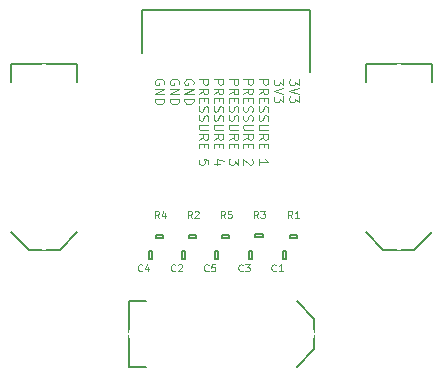
<source format=gto>
G04 #@! TF.FileFunction,Legend,Top*
%FSLAX46Y46*%
G04 Gerber Fmt 4.6, Leading zero omitted, Abs format (unit mm)*
G04 Created by KiCad (PCBNEW 4.0.2-4+6225~38~ubuntu14.04.1-stable) date Sun 08 May 2016 15:34:50 BST*
%MOMM*%
G01*
G04 APERTURE LIST*
%ADD10C,0.100000*%
%ADD11C,0.120000*%
%ADD12C,0.150000*%
%ADD13R,0.800000X0.800000*%
%ADD14O,0.800000X0.800000*%
%ADD15R,2.920000X0.740000*%
%ADD16C,1.200000*%
%ADD17R,0.740000X2.920000*%
%ADD18R,0.900000X0.750000*%
%ADD19R,0.750000X0.900000*%
G04 APERTURE END LIST*
D10*
D11*
X98088095Y-93399999D02*
X98888095Y-93399999D01*
X98888095Y-93704761D01*
X98850000Y-93780952D01*
X98811905Y-93819047D01*
X98735714Y-93857142D01*
X98621429Y-93857142D01*
X98545238Y-93819047D01*
X98507143Y-93780952D01*
X98469048Y-93704761D01*
X98469048Y-93399999D01*
X98088095Y-94657142D02*
X98469048Y-94390475D01*
X98088095Y-94199999D02*
X98888095Y-94199999D01*
X98888095Y-94504761D01*
X98850000Y-94580952D01*
X98811905Y-94619047D01*
X98735714Y-94657142D01*
X98621429Y-94657142D01*
X98545238Y-94619047D01*
X98507143Y-94580952D01*
X98469048Y-94504761D01*
X98469048Y-94199999D01*
X98507143Y-94999999D02*
X98507143Y-95266666D01*
X98088095Y-95380952D02*
X98088095Y-94999999D01*
X98888095Y-94999999D01*
X98888095Y-95380952D01*
X98126190Y-95685714D02*
X98088095Y-95800000D01*
X98088095Y-95990476D01*
X98126190Y-96066666D01*
X98164286Y-96104762D01*
X98240476Y-96142857D01*
X98316667Y-96142857D01*
X98392857Y-96104762D01*
X98430952Y-96066666D01*
X98469048Y-95990476D01*
X98507143Y-95838095D01*
X98545238Y-95761904D01*
X98583333Y-95723809D01*
X98659524Y-95685714D01*
X98735714Y-95685714D01*
X98811905Y-95723809D01*
X98850000Y-95761904D01*
X98888095Y-95838095D01*
X98888095Y-96028571D01*
X98850000Y-96142857D01*
X98126190Y-96447619D02*
X98088095Y-96561905D01*
X98088095Y-96752381D01*
X98126190Y-96828571D01*
X98164286Y-96866667D01*
X98240476Y-96904762D01*
X98316667Y-96904762D01*
X98392857Y-96866667D01*
X98430952Y-96828571D01*
X98469048Y-96752381D01*
X98507143Y-96600000D01*
X98545238Y-96523809D01*
X98583333Y-96485714D01*
X98659524Y-96447619D01*
X98735714Y-96447619D01*
X98811905Y-96485714D01*
X98850000Y-96523809D01*
X98888095Y-96600000D01*
X98888095Y-96790476D01*
X98850000Y-96904762D01*
X98888095Y-97247619D02*
X98240476Y-97247619D01*
X98164286Y-97285714D01*
X98126190Y-97323810D01*
X98088095Y-97400000D01*
X98088095Y-97552381D01*
X98126190Y-97628572D01*
X98164286Y-97666667D01*
X98240476Y-97704762D01*
X98888095Y-97704762D01*
X98088095Y-98542857D02*
X98469048Y-98276190D01*
X98088095Y-98085714D02*
X98888095Y-98085714D01*
X98888095Y-98390476D01*
X98850000Y-98466667D01*
X98811905Y-98504762D01*
X98735714Y-98542857D01*
X98621429Y-98542857D01*
X98545238Y-98504762D01*
X98507143Y-98466667D01*
X98469048Y-98390476D01*
X98469048Y-98085714D01*
X98507143Y-98885714D02*
X98507143Y-99152381D01*
X98088095Y-99266667D02*
X98088095Y-98885714D01*
X98888095Y-98885714D01*
X98888095Y-99266667D01*
X98888095Y-100600001D02*
X98888095Y-100219048D01*
X98507143Y-100180953D01*
X98545238Y-100219048D01*
X98583333Y-100295239D01*
X98583333Y-100485715D01*
X98545238Y-100561905D01*
X98507143Y-100600001D01*
X98430952Y-100638096D01*
X98240476Y-100638096D01*
X98164286Y-100600001D01*
X98126190Y-100561905D01*
X98088095Y-100485715D01*
X98088095Y-100295239D01*
X98126190Y-100219048D01*
X98164286Y-100180953D01*
X99338095Y-93399999D02*
X100138095Y-93399999D01*
X100138095Y-93704761D01*
X100100000Y-93780952D01*
X100061905Y-93819047D01*
X99985714Y-93857142D01*
X99871429Y-93857142D01*
X99795238Y-93819047D01*
X99757143Y-93780952D01*
X99719048Y-93704761D01*
X99719048Y-93399999D01*
X99338095Y-94657142D02*
X99719048Y-94390475D01*
X99338095Y-94199999D02*
X100138095Y-94199999D01*
X100138095Y-94504761D01*
X100100000Y-94580952D01*
X100061905Y-94619047D01*
X99985714Y-94657142D01*
X99871429Y-94657142D01*
X99795238Y-94619047D01*
X99757143Y-94580952D01*
X99719048Y-94504761D01*
X99719048Y-94199999D01*
X99757143Y-94999999D02*
X99757143Y-95266666D01*
X99338095Y-95380952D02*
X99338095Y-94999999D01*
X100138095Y-94999999D01*
X100138095Y-95380952D01*
X99376190Y-95685714D02*
X99338095Y-95800000D01*
X99338095Y-95990476D01*
X99376190Y-96066666D01*
X99414286Y-96104762D01*
X99490476Y-96142857D01*
X99566667Y-96142857D01*
X99642857Y-96104762D01*
X99680952Y-96066666D01*
X99719048Y-95990476D01*
X99757143Y-95838095D01*
X99795238Y-95761904D01*
X99833333Y-95723809D01*
X99909524Y-95685714D01*
X99985714Y-95685714D01*
X100061905Y-95723809D01*
X100100000Y-95761904D01*
X100138095Y-95838095D01*
X100138095Y-96028571D01*
X100100000Y-96142857D01*
X99376190Y-96447619D02*
X99338095Y-96561905D01*
X99338095Y-96752381D01*
X99376190Y-96828571D01*
X99414286Y-96866667D01*
X99490476Y-96904762D01*
X99566667Y-96904762D01*
X99642857Y-96866667D01*
X99680952Y-96828571D01*
X99719048Y-96752381D01*
X99757143Y-96600000D01*
X99795238Y-96523809D01*
X99833333Y-96485714D01*
X99909524Y-96447619D01*
X99985714Y-96447619D01*
X100061905Y-96485714D01*
X100100000Y-96523809D01*
X100138095Y-96600000D01*
X100138095Y-96790476D01*
X100100000Y-96904762D01*
X100138095Y-97247619D02*
X99490476Y-97247619D01*
X99414286Y-97285714D01*
X99376190Y-97323810D01*
X99338095Y-97400000D01*
X99338095Y-97552381D01*
X99376190Y-97628572D01*
X99414286Y-97666667D01*
X99490476Y-97704762D01*
X100138095Y-97704762D01*
X99338095Y-98542857D02*
X99719048Y-98276190D01*
X99338095Y-98085714D02*
X100138095Y-98085714D01*
X100138095Y-98390476D01*
X100100000Y-98466667D01*
X100061905Y-98504762D01*
X99985714Y-98542857D01*
X99871429Y-98542857D01*
X99795238Y-98504762D01*
X99757143Y-98466667D01*
X99719048Y-98390476D01*
X99719048Y-98085714D01*
X99757143Y-98885714D02*
X99757143Y-99152381D01*
X99338095Y-99266667D02*
X99338095Y-98885714D01*
X100138095Y-98885714D01*
X100138095Y-99266667D01*
X99871429Y-100561905D02*
X99338095Y-100561905D01*
X100176190Y-100371429D02*
X99604762Y-100180953D01*
X99604762Y-100676191D01*
X105238095Y-93404762D02*
X105238095Y-93900000D01*
X104933333Y-93633333D01*
X104933333Y-93747619D01*
X104895238Y-93823809D01*
X104857143Y-93861905D01*
X104780952Y-93900000D01*
X104590476Y-93900000D01*
X104514286Y-93861905D01*
X104476190Y-93823809D01*
X104438095Y-93747619D01*
X104438095Y-93519047D01*
X104476190Y-93442857D01*
X104514286Y-93404762D01*
X105238095Y-94128571D02*
X104438095Y-94395238D01*
X105238095Y-94661905D01*
X105238095Y-94852381D02*
X105238095Y-95347619D01*
X104933333Y-95080952D01*
X104933333Y-95195238D01*
X104895238Y-95271428D01*
X104857143Y-95309524D01*
X104780952Y-95347619D01*
X104590476Y-95347619D01*
X104514286Y-95309524D01*
X104476190Y-95271428D01*
X104438095Y-95195238D01*
X104438095Y-94966666D01*
X104476190Y-94890476D01*
X104514286Y-94852381D01*
X100638095Y-93399999D02*
X101438095Y-93399999D01*
X101438095Y-93704761D01*
X101400000Y-93780952D01*
X101361905Y-93819047D01*
X101285714Y-93857142D01*
X101171429Y-93857142D01*
X101095238Y-93819047D01*
X101057143Y-93780952D01*
X101019048Y-93704761D01*
X101019048Y-93399999D01*
X100638095Y-94657142D02*
X101019048Y-94390475D01*
X100638095Y-94199999D02*
X101438095Y-94199999D01*
X101438095Y-94504761D01*
X101400000Y-94580952D01*
X101361905Y-94619047D01*
X101285714Y-94657142D01*
X101171429Y-94657142D01*
X101095238Y-94619047D01*
X101057143Y-94580952D01*
X101019048Y-94504761D01*
X101019048Y-94199999D01*
X101057143Y-94999999D02*
X101057143Y-95266666D01*
X100638095Y-95380952D02*
X100638095Y-94999999D01*
X101438095Y-94999999D01*
X101438095Y-95380952D01*
X100676190Y-95685714D02*
X100638095Y-95800000D01*
X100638095Y-95990476D01*
X100676190Y-96066666D01*
X100714286Y-96104762D01*
X100790476Y-96142857D01*
X100866667Y-96142857D01*
X100942857Y-96104762D01*
X100980952Y-96066666D01*
X101019048Y-95990476D01*
X101057143Y-95838095D01*
X101095238Y-95761904D01*
X101133333Y-95723809D01*
X101209524Y-95685714D01*
X101285714Y-95685714D01*
X101361905Y-95723809D01*
X101400000Y-95761904D01*
X101438095Y-95838095D01*
X101438095Y-96028571D01*
X101400000Y-96142857D01*
X100676190Y-96447619D02*
X100638095Y-96561905D01*
X100638095Y-96752381D01*
X100676190Y-96828571D01*
X100714286Y-96866667D01*
X100790476Y-96904762D01*
X100866667Y-96904762D01*
X100942857Y-96866667D01*
X100980952Y-96828571D01*
X101019048Y-96752381D01*
X101057143Y-96600000D01*
X101095238Y-96523809D01*
X101133333Y-96485714D01*
X101209524Y-96447619D01*
X101285714Y-96447619D01*
X101361905Y-96485714D01*
X101400000Y-96523809D01*
X101438095Y-96600000D01*
X101438095Y-96790476D01*
X101400000Y-96904762D01*
X101438095Y-97247619D02*
X100790476Y-97247619D01*
X100714286Y-97285714D01*
X100676190Y-97323810D01*
X100638095Y-97400000D01*
X100638095Y-97552381D01*
X100676190Y-97628572D01*
X100714286Y-97666667D01*
X100790476Y-97704762D01*
X101438095Y-97704762D01*
X100638095Y-98542857D02*
X101019048Y-98276190D01*
X100638095Y-98085714D02*
X101438095Y-98085714D01*
X101438095Y-98390476D01*
X101400000Y-98466667D01*
X101361905Y-98504762D01*
X101285714Y-98542857D01*
X101171429Y-98542857D01*
X101095238Y-98504762D01*
X101057143Y-98466667D01*
X101019048Y-98390476D01*
X101019048Y-98085714D01*
X101057143Y-98885714D02*
X101057143Y-99152381D01*
X100638095Y-99266667D02*
X100638095Y-98885714D01*
X101438095Y-98885714D01*
X101438095Y-99266667D01*
X101438095Y-100142858D02*
X101438095Y-100638096D01*
X101133333Y-100371429D01*
X101133333Y-100485715D01*
X101095238Y-100561905D01*
X101057143Y-100600001D01*
X100980952Y-100638096D01*
X100790476Y-100638096D01*
X100714286Y-100600001D01*
X100676190Y-100561905D01*
X100638095Y-100485715D01*
X100638095Y-100257143D01*
X100676190Y-100180953D01*
X100714286Y-100142858D01*
X101838095Y-93399999D02*
X102638095Y-93399999D01*
X102638095Y-93704761D01*
X102600000Y-93780952D01*
X102561905Y-93819047D01*
X102485714Y-93857142D01*
X102371429Y-93857142D01*
X102295238Y-93819047D01*
X102257143Y-93780952D01*
X102219048Y-93704761D01*
X102219048Y-93399999D01*
X101838095Y-94657142D02*
X102219048Y-94390475D01*
X101838095Y-94199999D02*
X102638095Y-94199999D01*
X102638095Y-94504761D01*
X102600000Y-94580952D01*
X102561905Y-94619047D01*
X102485714Y-94657142D01*
X102371429Y-94657142D01*
X102295238Y-94619047D01*
X102257143Y-94580952D01*
X102219048Y-94504761D01*
X102219048Y-94199999D01*
X102257143Y-94999999D02*
X102257143Y-95266666D01*
X101838095Y-95380952D02*
X101838095Y-94999999D01*
X102638095Y-94999999D01*
X102638095Y-95380952D01*
X101876190Y-95685714D02*
X101838095Y-95800000D01*
X101838095Y-95990476D01*
X101876190Y-96066666D01*
X101914286Y-96104762D01*
X101990476Y-96142857D01*
X102066667Y-96142857D01*
X102142857Y-96104762D01*
X102180952Y-96066666D01*
X102219048Y-95990476D01*
X102257143Y-95838095D01*
X102295238Y-95761904D01*
X102333333Y-95723809D01*
X102409524Y-95685714D01*
X102485714Y-95685714D01*
X102561905Y-95723809D01*
X102600000Y-95761904D01*
X102638095Y-95838095D01*
X102638095Y-96028571D01*
X102600000Y-96142857D01*
X101876190Y-96447619D02*
X101838095Y-96561905D01*
X101838095Y-96752381D01*
X101876190Y-96828571D01*
X101914286Y-96866667D01*
X101990476Y-96904762D01*
X102066667Y-96904762D01*
X102142857Y-96866667D01*
X102180952Y-96828571D01*
X102219048Y-96752381D01*
X102257143Y-96600000D01*
X102295238Y-96523809D01*
X102333333Y-96485714D01*
X102409524Y-96447619D01*
X102485714Y-96447619D01*
X102561905Y-96485714D01*
X102600000Y-96523809D01*
X102638095Y-96600000D01*
X102638095Y-96790476D01*
X102600000Y-96904762D01*
X102638095Y-97247619D02*
X101990476Y-97247619D01*
X101914286Y-97285714D01*
X101876190Y-97323810D01*
X101838095Y-97400000D01*
X101838095Y-97552381D01*
X101876190Y-97628572D01*
X101914286Y-97666667D01*
X101990476Y-97704762D01*
X102638095Y-97704762D01*
X101838095Y-98542857D02*
X102219048Y-98276190D01*
X101838095Y-98085714D02*
X102638095Y-98085714D01*
X102638095Y-98390476D01*
X102600000Y-98466667D01*
X102561905Y-98504762D01*
X102485714Y-98542857D01*
X102371429Y-98542857D01*
X102295238Y-98504762D01*
X102257143Y-98466667D01*
X102219048Y-98390476D01*
X102219048Y-98085714D01*
X102257143Y-98885714D02*
X102257143Y-99152381D01*
X101838095Y-99266667D02*
X101838095Y-98885714D01*
X102638095Y-98885714D01*
X102638095Y-99266667D01*
X102561905Y-100180953D02*
X102600000Y-100219048D01*
X102638095Y-100295239D01*
X102638095Y-100485715D01*
X102600000Y-100561905D01*
X102561905Y-100600001D01*
X102485714Y-100638096D01*
X102409524Y-100638096D01*
X102295238Y-100600001D01*
X101838095Y-100142858D01*
X101838095Y-100638096D01*
X103138095Y-93399999D02*
X103938095Y-93399999D01*
X103938095Y-93704761D01*
X103900000Y-93780952D01*
X103861905Y-93819047D01*
X103785714Y-93857142D01*
X103671429Y-93857142D01*
X103595238Y-93819047D01*
X103557143Y-93780952D01*
X103519048Y-93704761D01*
X103519048Y-93399999D01*
X103138095Y-94657142D02*
X103519048Y-94390475D01*
X103138095Y-94199999D02*
X103938095Y-94199999D01*
X103938095Y-94504761D01*
X103900000Y-94580952D01*
X103861905Y-94619047D01*
X103785714Y-94657142D01*
X103671429Y-94657142D01*
X103595238Y-94619047D01*
X103557143Y-94580952D01*
X103519048Y-94504761D01*
X103519048Y-94199999D01*
X103557143Y-94999999D02*
X103557143Y-95266666D01*
X103138095Y-95380952D02*
X103138095Y-94999999D01*
X103938095Y-94999999D01*
X103938095Y-95380952D01*
X103176190Y-95685714D02*
X103138095Y-95800000D01*
X103138095Y-95990476D01*
X103176190Y-96066666D01*
X103214286Y-96104762D01*
X103290476Y-96142857D01*
X103366667Y-96142857D01*
X103442857Y-96104762D01*
X103480952Y-96066666D01*
X103519048Y-95990476D01*
X103557143Y-95838095D01*
X103595238Y-95761904D01*
X103633333Y-95723809D01*
X103709524Y-95685714D01*
X103785714Y-95685714D01*
X103861905Y-95723809D01*
X103900000Y-95761904D01*
X103938095Y-95838095D01*
X103938095Y-96028571D01*
X103900000Y-96142857D01*
X103176190Y-96447619D02*
X103138095Y-96561905D01*
X103138095Y-96752381D01*
X103176190Y-96828571D01*
X103214286Y-96866667D01*
X103290476Y-96904762D01*
X103366667Y-96904762D01*
X103442857Y-96866667D01*
X103480952Y-96828571D01*
X103519048Y-96752381D01*
X103557143Y-96600000D01*
X103595238Y-96523809D01*
X103633333Y-96485714D01*
X103709524Y-96447619D01*
X103785714Y-96447619D01*
X103861905Y-96485714D01*
X103900000Y-96523809D01*
X103938095Y-96600000D01*
X103938095Y-96790476D01*
X103900000Y-96904762D01*
X103938095Y-97247619D02*
X103290476Y-97247619D01*
X103214286Y-97285714D01*
X103176190Y-97323810D01*
X103138095Y-97400000D01*
X103138095Y-97552381D01*
X103176190Y-97628572D01*
X103214286Y-97666667D01*
X103290476Y-97704762D01*
X103938095Y-97704762D01*
X103138095Y-98542857D02*
X103519048Y-98276190D01*
X103138095Y-98085714D02*
X103938095Y-98085714D01*
X103938095Y-98390476D01*
X103900000Y-98466667D01*
X103861905Y-98504762D01*
X103785714Y-98542857D01*
X103671429Y-98542857D01*
X103595238Y-98504762D01*
X103557143Y-98466667D01*
X103519048Y-98390476D01*
X103519048Y-98085714D01*
X103557143Y-98885714D02*
X103557143Y-99152381D01*
X103138095Y-99266667D02*
X103138095Y-98885714D01*
X103938095Y-98885714D01*
X103938095Y-99266667D01*
X103138095Y-100638096D02*
X103138095Y-100180953D01*
X103138095Y-100409524D02*
X103938095Y-100409524D01*
X103823810Y-100333334D01*
X103747619Y-100257143D01*
X103709524Y-100180953D01*
X106538095Y-93404762D02*
X106538095Y-93900000D01*
X106233333Y-93633333D01*
X106233333Y-93747619D01*
X106195238Y-93823809D01*
X106157143Y-93861905D01*
X106080952Y-93900000D01*
X105890476Y-93900000D01*
X105814286Y-93861905D01*
X105776190Y-93823809D01*
X105738095Y-93747619D01*
X105738095Y-93519047D01*
X105776190Y-93442857D01*
X105814286Y-93404762D01*
X106538095Y-94128571D02*
X105738095Y-94395238D01*
X106538095Y-94661905D01*
X106538095Y-94852381D02*
X106538095Y-95347619D01*
X106233333Y-95080952D01*
X106233333Y-95195238D01*
X106195238Y-95271428D01*
X106157143Y-95309524D01*
X106080952Y-95347619D01*
X105890476Y-95347619D01*
X105814286Y-95309524D01*
X105776190Y-95271428D01*
X105738095Y-95195238D01*
X105738095Y-94966666D01*
X105776190Y-94890476D01*
X105814286Y-94852381D01*
X97600000Y-93840477D02*
X97638095Y-93764286D01*
X97638095Y-93650001D01*
X97600000Y-93535715D01*
X97523810Y-93459524D01*
X97447619Y-93421429D01*
X97295238Y-93383334D01*
X97180952Y-93383334D01*
X97028571Y-93421429D01*
X96952381Y-93459524D01*
X96876190Y-93535715D01*
X96838095Y-93650001D01*
X96838095Y-93726191D01*
X96876190Y-93840477D01*
X96914286Y-93878572D01*
X97180952Y-93878572D01*
X97180952Y-93726191D01*
X96838095Y-94221429D02*
X97638095Y-94221429D01*
X96838095Y-94678572D01*
X97638095Y-94678572D01*
X96838095Y-95059524D02*
X97638095Y-95059524D01*
X97638095Y-95250000D01*
X97600000Y-95364286D01*
X97523810Y-95440477D01*
X97447619Y-95478572D01*
X97295238Y-95516667D01*
X97180952Y-95516667D01*
X97028571Y-95478572D01*
X96952381Y-95440477D01*
X96876190Y-95364286D01*
X96838095Y-95250000D01*
X96838095Y-95059524D01*
X96400000Y-93840477D02*
X96438095Y-93764286D01*
X96438095Y-93650001D01*
X96400000Y-93535715D01*
X96323810Y-93459524D01*
X96247619Y-93421429D01*
X96095238Y-93383334D01*
X95980952Y-93383334D01*
X95828571Y-93421429D01*
X95752381Y-93459524D01*
X95676190Y-93535715D01*
X95638095Y-93650001D01*
X95638095Y-93726191D01*
X95676190Y-93840477D01*
X95714286Y-93878572D01*
X95980952Y-93878572D01*
X95980952Y-93726191D01*
X95638095Y-94221429D02*
X96438095Y-94221429D01*
X95638095Y-94678572D01*
X96438095Y-94678572D01*
X95638095Y-95059524D02*
X96438095Y-95059524D01*
X96438095Y-95250000D01*
X96400000Y-95364286D01*
X96323810Y-95440477D01*
X96247619Y-95478572D01*
X96095238Y-95516667D01*
X95980952Y-95516667D01*
X95828571Y-95478572D01*
X95752381Y-95440477D01*
X95676190Y-95364286D01*
X95638095Y-95250000D01*
X95638095Y-95059524D01*
X95100000Y-93840477D02*
X95138095Y-93764286D01*
X95138095Y-93650001D01*
X95100000Y-93535715D01*
X95023810Y-93459524D01*
X94947619Y-93421429D01*
X94795238Y-93383334D01*
X94680952Y-93383334D01*
X94528571Y-93421429D01*
X94452381Y-93459524D01*
X94376190Y-93535715D01*
X94338095Y-93650001D01*
X94338095Y-93726191D01*
X94376190Y-93840477D01*
X94414286Y-93878572D01*
X94680952Y-93878572D01*
X94680952Y-93726191D01*
X94338095Y-94221429D02*
X95138095Y-94221429D01*
X94338095Y-94678572D01*
X95138095Y-94678572D01*
X94338095Y-95059524D02*
X95138095Y-95059524D01*
X95138095Y-95250000D01*
X95100000Y-95364286D01*
X95023810Y-95440477D01*
X94947619Y-95478572D01*
X94795238Y-95516667D01*
X94680952Y-95516667D01*
X94528571Y-95478572D01*
X94452381Y-95440477D01*
X94376190Y-95364286D01*
X94338095Y-95250000D01*
X94338095Y-95059524D01*
X106000000Y-105171429D02*
X105800000Y-104885714D01*
X105657143Y-105171429D02*
X105657143Y-104571429D01*
X105885715Y-104571429D01*
X105942857Y-104600000D01*
X105971429Y-104628571D01*
X106000000Y-104685714D01*
X106000000Y-104771429D01*
X105971429Y-104828571D01*
X105942857Y-104857143D01*
X105885715Y-104885714D01*
X105657143Y-104885714D01*
X106571429Y-105171429D02*
X106228572Y-105171429D01*
X106400000Y-105171429D02*
X106400000Y-104571429D01*
X106342857Y-104657143D01*
X106285715Y-104714286D01*
X106228572Y-104742857D01*
X103100000Y-105171429D02*
X102900000Y-104885714D01*
X102757143Y-105171429D02*
X102757143Y-104571429D01*
X102985715Y-104571429D01*
X103042857Y-104600000D01*
X103071429Y-104628571D01*
X103100000Y-104685714D01*
X103100000Y-104771429D01*
X103071429Y-104828571D01*
X103042857Y-104857143D01*
X102985715Y-104885714D01*
X102757143Y-104885714D01*
X103300000Y-104571429D02*
X103671429Y-104571429D01*
X103471429Y-104800000D01*
X103557143Y-104800000D01*
X103614286Y-104828571D01*
X103642857Y-104857143D01*
X103671429Y-104914286D01*
X103671429Y-105057143D01*
X103642857Y-105114286D01*
X103614286Y-105142857D01*
X103557143Y-105171429D01*
X103385715Y-105171429D01*
X103328572Y-105142857D01*
X103300000Y-105114286D01*
X100300000Y-105171429D02*
X100100000Y-104885714D01*
X99957143Y-105171429D02*
X99957143Y-104571429D01*
X100185715Y-104571429D01*
X100242857Y-104600000D01*
X100271429Y-104628571D01*
X100300000Y-104685714D01*
X100300000Y-104771429D01*
X100271429Y-104828571D01*
X100242857Y-104857143D01*
X100185715Y-104885714D01*
X99957143Y-104885714D01*
X100842857Y-104571429D02*
X100557143Y-104571429D01*
X100528572Y-104857143D01*
X100557143Y-104828571D01*
X100614286Y-104800000D01*
X100757143Y-104800000D01*
X100814286Y-104828571D01*
X100842857Y-104857143D01*
X100871429Y-104914286D01*
X100871429Y-105057143D01*
X100842857Y-105114286D01*
X100814286Y-105142857D01*
X100757143Y-105171429D01*
X100614286Y-105171429D01*
X100557143Y-105142857D01*
X100528572Y-105114286D01*
X97500000Y-105171429D02*
X97300000Y-104885714D01*
X97157143Y-105171429D02*
X97157143Y-104571429D01*
X97385715Y-104571429D01*
X97442857Y-104600000D01*
X97471429Y-104628571D01*
X97500000Y-104685714D01*
X97500000Y-104771429D01*
X97471429Y-104828571D01*
X97442857Y-104857143D01*
X97385715Y-104885714D01*
X97157143Y-104885714D01*
X97728572Y-104628571D02*
X97757143Y-104600000D01*
X97814286Y-104571429D01*
X97957143Y-104571429D01*
X98014286Y-104600000D01*
X98042857Y-104628571D01*
X98071429Y-104685714D01*
X98071429Y-104742857D01*
X98042857Y-104828571D01*
X97700000Y-105171429D01*
X98071429Y-105171429D01*
X94700000Y-105171429D02*
X94500000Y-104885714D01*
X94357143Y-105171429D02*
X94357143Y-104571429D01*
X94585715Y-104571429D01*
X94642857Y-104600000D01*
X94671429Y-104628571D01*
X94700000Y-104685714D01*
X94700000Y-104771429D01*
X94671429Y-104828571D01*
X94642857Y-104857143D01*
X94585715Y-104885714D01*
X94357143Y-104885714D01*
X95214286Y-104771429D02*
X95214286Y-105171429D01*
X95071429Y-104542857D02*
X94928572Y-104971429D01*
X95300000Y-104971429D01*
X96100000Y-109614286D02*
X96071429Y-109642857D01*
X95985715Y-109671429D01*
X95928572Y-109671429D01*
X95842857Y-109642857D01*
X95785715Y-109585714D01*
X95757143Y-109528571D01*
X95728572Y-109414286D01*
X95728572Y-109328571D01*
X95757143Y-109214286D01*
X95785715Y-109157143D01*
X95842857Y-109100000D01*
X95928572Y-109071429D01*
X95985715Y-109071429D01*
X96071429Y-109100000D01*
X96100000Y-109128571D01*
X96328572Y-109128571D02*
X96357143Y-109100000D01*
X96414286Y-109071429D01*
X96557143Y-109071429D01*
X96614286Y-109100000D01*
X96642857Y-109128571D01*
X96671429Y-109185714D01*
X96671429Y-109242857D01*
X96642857Y-109328571D01*
X96300000Y-109671429D01*
X96671429Y-109671429D01*
X104600000Y-109614286D02*
X104571429Y-109642857D01*
X104485715Y-109671429D01*
X104428572Y-109671429D01*
X104342857Y-109642857D01*
X104285715Y-109585714D01*
X104257143Y-109528571D01*
X104228572Y-109414286D01*
X104228572Y-109328571D01*
X104257143Y-109214286D01*
X104285715Y-109157143D01*
X104342857Y-109100000D01*
X104428572Y-109071429D01*
X104485715Y-109071429D01*
X104571429Y-109100000D01*
X104600000Y-109128571D01*
X105171429Y-109671429D02*
X104828572Y-109671429D01*
X105000000Y-109671429D02*
X105000000Y-109071429D01*
X104942857Y-109157143D01*
X104885715Y-109214286D01*
X104828572Y-109242857D01*
X93300000Y-109614286D02*
X93271429Y-109642857D01*
X93185715Y-109671429D01*
X93128572Y-109671429D01*
X93042857Y-109642857D01*
X92985715Y-109585714D01*
X92957143Y-109528571D01*
X92928572Y-109414286D01*
X92928572Y-109328571D01*
X92957143Y-109214286D01*
X92985715Y-109157143D01*
X93042857Y-109100000D01*
X93128572Y-109071429D01*
X93185715Y-109071429D01*
X93271429Y-109100000D01*
X93300000Y-109128571D01*
X93814286Y-109271429D02*
X93814286Y-109671429D01*
X93671429Y-109042857D02*
X93528572Y-109471429D01*
X93900000Y-109471429D01*
X98900000Y-109614286D02*
X98871429Y-109642857D01*
X98785715Y-109671429D01*
X98728572Y-109671429D01*
X98642857Y-109642857D01*
X98585715Y-109585714D01*
X98557143Y-109528571D01*
X98528572Y-109414286D01*
X98528572Y-109328571D01*
X98557143Y-109214286D01*
X98585715Y-109157143D01*
X98642857Y-109100000D01*
X98728572Y-109071429D01*
X98785715Y-109071429D01*
X98871429Y-109100000D01*
X98900000Y-109128571D01*
X99442857Y-109071429D02*
X99157143Y-109071429D01*
X99128572Y-109357143D01*
X99157143Y-109328571D01*
X99214286Y-109300000D01*
X99357143Y-109300000D01*
X99414286Y-109328571D01*
X99442857Y-109357143D01*
X99471429Y-109414286D01*
X99471429Y-109557143D01*
X99442857Y-109614286D01*
X99414286Y-109642857D01*
X99357143Y-109671429D01*
X99214286Y-109671429D01*
X99157143Y-109642857D01*
X99128572Y-109614286D01*
X101800000Y-109614286D02*
X101771429Y-109642857D01*
X101685715Y-109671429D01*
X101628572Y-109671429D01*
X101542857Y-109642857D01*
X101485715Y-109585714D01*
X101457143Y-109528571D01*
X101428572Y-109414286D01*
X101428572Y-109328571D01*
X101457143Y-109214286D01*
X101485715Y-109157143D01*
X101542857Y-109100000D01*
X101628572Y-109071429D01*
X101685715Y-109071429D01*
X101771429Y-109100000D01*
X101800000Y-109128571D01*
X102000000Y-109071429D02*
X102371429Y-109071429D01*
X102171429Y-109300000D01*
X102257143Y-109300000D01*
X102314286Y-109328571D01*
X102342857Y-109357143D01*
X102371429Y-109414286D01*
X102371429Y-109557143D01*
X102342857Y-109614286D01*
X102314286Y-109642857D01*
X102257143Y-109671429D01*
X102085715Y-109671429D01*
X102028572Y-109642857D01*
X102000000Y-109614286D01*
D12*
X107500000Y-92800000D02*
X107500000Y-87550000D01*
X107500000Y-87550000D02*
X93250000Y-87550000D01*
X93250000Y-87550000D02*
X93250000Y-91200000D01*
X87785000Y-93635000D02*
X87785000Y-92135000D01*
X87785000Y-92135000D02*
X82215000Y-92135000D01*
X82215000Y-92135000D02*
X82215000Y-93635000D01*
X82215000Y-106365000D02*
X83715000Y-107865000D01*
X83715000Y-107865000D02*
X86285000Y-107865000D01*
X86285000Y-107865000D02*
X87785000Y-106365000D01*
X117785000Y-93635000D02*
X117785000Y-92135000D01*
X117785000Y-92135000D02*
X112215000Y-92135000D01*
X112215000Y-92135000D02*
X112215000Y-93635000D01*
X112215000Y-106365000D02*
X113715000Y-107865000D01*
X113715000Y-107865000D02*
X116285000Y-107865000D01*
X116285000Y-107865000D02*
X117785000Y-106365000D01*
X93635000Y-112215000D02*
X92135000Y-112215000D01*
X92135000Y-112215000D02*
X92135000Y-117785000D01*
X92135000Y-117785000D02*
X93635000Y-117785000D01*
X106365000Y-117785000D02*
X107865000Y-116285000D01*
X107865000Y-116285000D02*
X107865000Y-113715000D01*
X107865000Y-113715000D02*
X106365000Y-112215000D01*
X100025000Y-106825000D02*
X100025000Y-106575000D01*
X100025000Y-106575000D02*
X100675000Y-106575000D01*
X100675000Y-106575000D02*
X100675000Y-106825000D01*
X100675000Y-106825000D02*
X100025000Y-106825000D01*
X94425000Y-106825000D02*
X94425000Y-106575000D01*
X94425000Y-106575000D02*
X95075000Y-106575000D01*
X95075000Y-106575000D02*
X95075000Y-106825000D01*
X95075000Y-106825000D02*
X94425000Y-106825000D01*
X102875000Y-106725000D02*
X102875000Y-106475000D01*
X102875000Y-106475000D02*
X103525000Y-106475000D01*
X103525000Y-106475000D02*
X103525000Y-106725000D01*
X103525000Y-106725000D02*
X102875000Y-106725000D01*
X97225000Y-106825000D02*
X97225000Y-106575000D01*
X97225000Y-106575000D02*
X97875000Y-106575000D01*
X97875000Y-106575000D02*
X97875000Y-106825000D01*
X97875000Y-106825000D02*
X97225000Y-106825000D01*
X105775000Y-106825000D02*
X105775000Y-106575000D01*
X105775000Y-106575000D02*
X106425000Y-106575000D01*
X106425000Y-106575000D02*
X106425000Y-106825000D01*
X106425000Y-106825000D02*
X105775000Y-106825000D01*
X99725000Y-108625000D02*
X99475000Y-108625000D01*
X99475000Y-108625000D02*
X99475000Y-107975000D01*
X99475000Y-107975000D02*
X99725000Y-107975000D01*
X99725000Y-107975000D02*
X99725000Y-108625000D01*
X94125000Y-108625000D02*
X93875000Y-108625000D01*
X93875000Y-108625000D02*
X93875000Y-107975000D01*
X93875000Y-107975000D02*
X94125000Y-107975000D01*
X94125000Y-107975000D02*
X94125000Y-108625000D01*
X102575000Y-108625000D02*
X102325000Y-108625000D01*
X102325000Y-108625000D02*
X102325000Y-107975000D01*
X102325000Y-107975000D02*
X102575000Y-107975000D01*
X102575000Y-107975000D02*
X102575000Y-108625000D01*
X96925000Y-108625000D02*
X96675000Y-108625000D01*
X96675000Y-108625000D02*
X96675000Y-107975000D01*
X96675000Y-107975000D02*
X96925000Y-107975000D01*
X96925000Y-107975000D02*
X96925000Y-108625000D01*
X105425000Y-108625000D02*
X105175000Y-108625000D01*
X105175000Y-108625000D02*
X105175000Y-107975000D01*
X105175000Y-107975000D02*
X105425000Y-107975000D01*
X105425000Y-107975000D02*
X105425000Y-108625000D01*
%LPC*%
D13*
X106000000Y-92000000D03*
D14*
X104750000Y-92000000D03*
X103500000Y-92000000D03*
X102250000Y-92000000D03*
X101000000Y-92000000D03*
X99750000Y-92000000D03*
X98500000Y-92000000D03*
X97250000Y-92000000D03*
X96000000Y-92000000D03*
X94750000Y-92000000D03*
D15*
X83285000Y-94285000D03*
X86715000Y-94285000D03*
X83285000Y-95555000D03*
X86715000Y-95555000D03*
X83285000Y-96825000D03*
X86715000Y-96825000D03*
X83285000Y-98095000D03*
X86715000Y-98095000D03*
X83285000Y-99365000D03*
X86715000Y-99365000D03*
X83285000Y-100635000D03*
X86715000Y-100635000D03*
X83285000Y-101905000D03*
X86715000Y-101905000D03*
X83285000Y-103175000D03*
X86715000Y-103175000D03*
X83285000Y-104445000D03*
X86715000Y-104445000D03*
X83285000Y-105715000D03*
X86715000Y-105715000D03*
X113285000Y-94285000D03*
X116715000Y-94285000D03*
X113285000Y-95555000D03*
X116715000Y-95555000D03*
X113285000Y-96825000D03*
X116715000Y-96825000D03*
X113285000Y-98095000D03*
X116715000Y-98095000D03*
X113285000Y-99365000D03*
X116715000Y-99365000D03*
X113285000Y-100635000D03*
X116715000Y-100635000D03*
X113285000Y-101905000D03*
X116715000Y-101905000D03*
X113285000Y-103175000D03*
X116715000Y-103175000D03*
X113285000Y-104445000D03*
X116715000Y-104445000D03*
X113285000Y-105715000D03*
X116715000Y-105715000D03*
D16*
X85000000Y-107305000D03*
X85000000Y-92695000D03*
X115000000Y-107305000D03*
X115000000Y-92695000D03*
D17*
X94285000Y-116715000D03*
X94285000Y-113285000D03*
X95555000Y-116715000D03*
X95555000Y-113285000D03*
X96825000Y-116715000D03*
X96825000Y-113285000D03*
X98095000Y-116715000D03*
X98095000Y-113285000D03*
X99365000Y-116715000D03*
X99365000Y-113285000D03*
X100635000Y-116715000D03*
X100635000Y-113285000D03*
X101905000Y-116715000D03*
X101905000Y-113285000D03*
X103175000Y-116715000D03*
X103175000Y-113285000D03*
X104445000Y-116715000D03*
X104445000Y-113285000D03*
X105715000Y-116715000D03*
X105715000Y-113285000D03*
D16*
X107305000Y-115000000D03*
X92695000Y-115000000D03*
D18*
X100350000Y-107400000D03*
X100350000Y-106000000D03*
X94750000Y-107400000D03*
X94750000Y-106000000D03*
X103200000Y-107300000D03*
X103200000Y-105900000D03*
X97550000Y-107400000D03*
X97550000Y-106000000D03*
X106100000Y-107400000D03*
X106100000Y-106000000D03*
D19*
X100300000Y-108300000D03*
X98900000Y-108300000D03*
X94700000Y-108300000D03*
X93300000Y-108300000D03*
X103150000Y-108300000D03*
X101750000Y-108300000D03*
X97500000Y-108300000D03*
X96100000Y-108300000D03*
X106000000Y-108300000D03*
X104600000Y-108300000D03*
M02*

</source>
